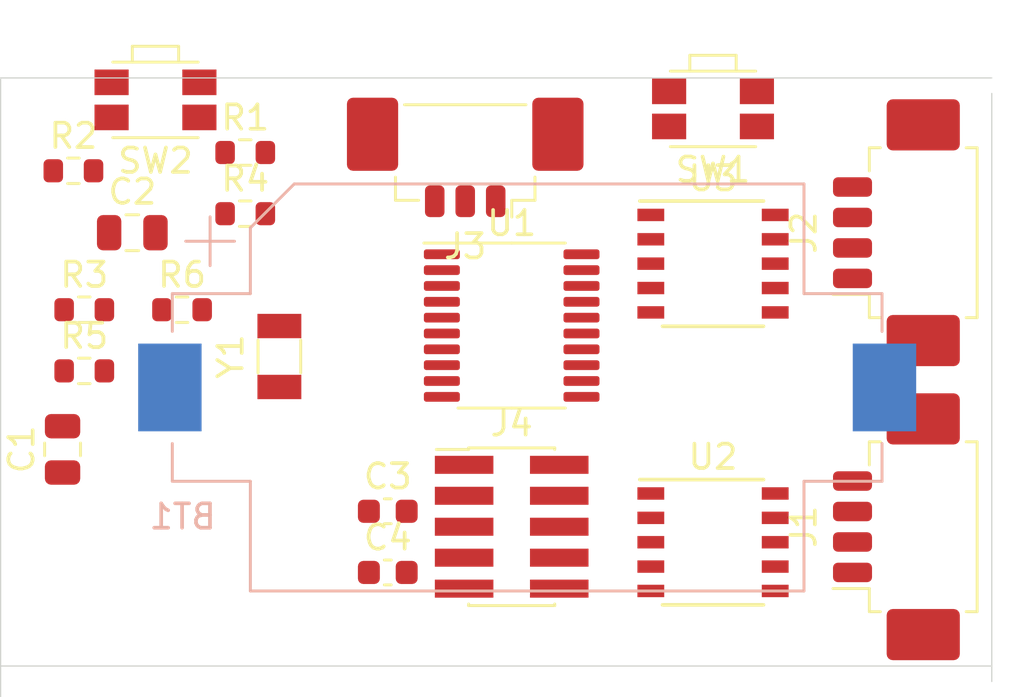
<source format=kicad_pcb>
(kicad_pcb (version 20171130) (host pcbnew "(5.1.8)-1")

  (general
    (thickness 1.6)
    (drawings 4)
    (tracks 0)
    (zones 0)
    (modules 21)
    (nets 29)
  )

  (page A4)
  (layers
    (0 F.Cu signal)
    (31 B.Cu signal)
    (32 B.Adhes user)
    (33 F.Adhes user)
    (34 B.Paste user)
    (35 F.Paste user)
    (36 B.SilkS user)
    (37 F.SilkS user)
    (38 B.Mask user)
    (39 F.Mask user)
    (40 Dwgs.User user)
    (41 Cmts.User user)
    (42 Eco1.User user)
    (43 Eco2.User user)
    (44 Edge.Cuts user)
    (45 Margin user)
    (46 B.CrtYd user)
    (47 F.CrtYd user)
    (48 B.Fab user)
    (49 F.Fab user)
  )

  (setup
    (last_trace_width 0.25)
    (trace_clearance 0.2)
    (zone_clearance 0.508)
    (zone_45_only no)
    (trace_min 0.2)
    (via_size 0.8)
    (via_drill 0.4)
    (via_min_size 0.4)
    (via_min_drill 0.3)
    (uvia_size 0.3)
    (uvia_drill 0.1)
    (uvias_allowed no)
    (uvia_min_size 0.2)
    (uvia_min_drill 0.1)
    (edge_width 0.05)
    (segment_width 0.2)
    (pcb_text_width 0.3)
    (pcb_text_size 1.5 1.5)
    (mod_edge_width 0.12)
    (mod_text_size 1 1)
    (mod_text_width 0.15)
    (pad_size 1.524 1.524)
    (pad_drill 0.762)
    (pad_to_mask_clearance 0)
    (aux_axis_origin 0 0)
    (visible_elements 7FFFFFFF)
    (pcbplotparams
      (layerselection 0x010fc_ffffffff)
      (usegerberextensions false)
      (usegerberattributes true)
      (usegerberadvancedattributes true)
      (creategerberjobfile true)
      (excludeedgelayer true)
      (linewidth 0.100000)
      (plotframeref false)
      (viasonmask false)
      (mode 1)
      (useauxorigin false)
      (hpglpennumber 1)
      (hpglpenspeed 20)
      (hpglpendiameter 15.000000)
      (psnegative false)
      (psa4output false)
      (plotreference true)
      (plotvalue true)
      (plotinvisibletext false)
      (padsonsilk false)
      (subtractmaskfromsilk false)
      (outputformat 1)
      (mirror false)
      (drillshape 1)
      (scaleselection 1)
      (outputdirectory ""))
  )

  (net 0 "")
  (net 1 +3V3)
  (net 2 GNDREF)
  (net 3 mot2-A2)
  (net 4 mot2-A1)
  (net 5 "Net-(C2-Pad1)")
  (net 6 "Net-(C1-Pad1)")
  (net 7 mot1-B2)
  (net 8 mot1-B1)
  (net 9 mot1-A2)
  (net 10 mot1-A1)
  (net 11 "Net-(R1-Pad1)")
  (net 12 "Net-(J1-Pad4)")
  (net 13 "Net-(J1-Pad3)")
  (net 14 "Net-(J1-Pad2)")
  (net 15 "Net-(J1-Pad1)")
  (net 16 "Net-(J2-Pad4)")
  (net 17 "Net-(J2-Pad3)")
  (net 18 "Net-(J2-Pad2)")
  (net 19 "Net-(J2-Pad1)")
  (net 20 uart-TX)
  (net 21 "Net-(R3-Pad2)")
  (net 22 "Net-(R4-Pad2)")
  (net 23 VCC)
  (net 24 "Net-(C3-Pad1)")
  (net 25 "Net-(C4-Pad1)")
  (net 26 nRESET)
  (net 27 SWD-SWCLK)
  (net 28 SWD-SWIO)

  (net_class Default "This is the default net class."
    (clearance 0.2)
    (trace_width 0.25)
    (via_dia 0.8)
    (via_drill 0.4)
    (uvia_dia 0.3)
    (uvia_drill 0.1)
    (add_net +3V3)
    (add_net GNDREF)
    (add_net "Net-(C1-Pad1)")
    (add_net "Net-(C2-Pad1)")
    (add_net "Net-(C3-Pad1)")
    (add_net "Net-(C4-Pad1)")
    (add_net "Net-(J1-Pad1)")
    (add_net "Net-(J1-Pad2)")
    (add_net "Net-(J1-Pad3)")
    (add_net "Net-(J1-Pad4)")
    (add_net "Net-(J2-Pad1)")
    (add_net "Net-(J2-Pad2)")
    (add_net "Net-(J2-Pad3)")
    (add_net "Net-(J2-Pad4)")
    (add_net "Net-(J4-Pad6)")
    (add_net "Net-(J4-Pad7)")
    (add_net "Net-(J4-Pad8)")
    (add_net "Net-(J4-Pad9)")
    (add_net "Net-(R1-Pad1)")
    (add_net "Net-(R3-Pad2)")
    (add_net "Net-(R4-Pad2)")
    (add_net "Net-(U1-Pad14)")
    (add_net SWD-SWCLK)
    (add_net SWD-SWIO)
    (add_net VCC)
    (add_net mot1-A1)
    (add_net mot1-A2)
    (add_net mot1-B1)
    (add_net mot1-B2)
    (add_net mot2-A1)
    (add_net mot2-A2)
    (add_net nRESET)
    (add_net uart-RX)
    (add_net uart-TX)
  )

  (module Button_Switch_SMD:SW_SPST_EVQP7A (layer F.Cu) (tedit 5A02FC95) (tstamp 5FC52A43)
    (at 160.02 106.31 180)
    (descr "Light Touch Switch,https://industrial.panasonic.com/cdbs/www-data/pdf/ATK0000/ATK0000CE20.pdf")
    (path /5FB9E92E)
    (attr smd)
    (fp_text reference SW2 (at 0 -2.5) (layer F.SilkS)
      (effects (font (size 1 1) (thickness 0.15)))
    )
    (fp_text value SW_Push (at 0 3.25) (layer F.Fab)
      (effects (font (size 1 1) (thickness 0.15)))
    )
    (fp_text user %R (at 0 -2.5) (layer F.Fab)
      (effects (font (size 1 1) (thickness 0.15)))
    )
    (fp_line (start 0.95 1.55) (end 0.95 2.2) (layer F.SilkS) (width 0.12))
    (fp_line (start 0.95 2.2) (end -0.95 2.2) (layer F.SilkS) (width 0.12))
    (fp_line (start -0.95 2.2) (end -0.95 1.55) (layer F.SilkS) (width 0.12))
    (fp_line (start -0.85 2.1) (end 0.85 2.1) (layer F.Fab) (width 0.1))
    (fp_line (start 0.85 2.1) (end 0.85 1.45) (layer F.Fab) (width 0.1))
    (fp_line (start -0.85 2.1) (end -0.85 1.45) (layer F.Fab) (width 0.1))
    (fp_line (start -1.75 -1.45) (end 1.75 -1.45) (layer F.Fab) (width 0.1))
    (fp_line (start 1.75 -1.45) (end 1.75 1.45) (layer F.Fab) (width 0.1))
    (fp_line (start 1.75 1.45) (end -1.75 1.45) (layer F.Fab) (width 0.1))
    (fp_line (start -1.75 1.45) (end -1.75 -1.4) (layer F.Fab) (width 0.1))
    (fp_line (start -1.1 2.35) (end -1.1 1.7) (layer F.CrtYd) (width 0.05))
    (fp_line (start -1.1 1.7) (end -2.75 1.7) (layer F.CrtYd) (width 0.05))
    (fp_line (start 2.75 1.7) (end 1.1 1.7) (layer F.CrtYd) (width 0.05))
    (fp_line (start 1.1 1.7) (end 1.1 2.35) (layer F.CrtYd) (width 0.05))
    (fp_line (start -1.75 -1.55) (end 1.75 -1.55) (layer F.SilkS) (width 0.12))
    (fp_line (start 1.75 1.55) (end -1.75 1.55) (layer F.SilkS) (width 0.12))
    (fp_line (start -2.75 -1.7) (end 2.75 -1.7) (layer F.CrtYd) (width 0.05))
    (fp_line (start 2.75 -1.7) (end 2.75 1.7) (layer F.CrtYd) (width 0.05))
    (fp_line (start 1.1 2.35) (end -1.1 2.35) (layer F.CrtYd) (width 0.05))
    (fp_line (start -2.75 1.7) (end -2.75 -1.7) (layer F.CrtYd) (width 0.05))
    (pad 2 smd rect (at -1.8 0.72 180) (size 1.4 1.05) (layers F.Cu F.Paste F.Mask)
      (net 2 GNDREF))
    (pad 2 smd rect (at 1.8 0.72 180) (size 1.4 1.05) (layers F.Cu F.Paste F.Mask)
      (net 2 GNDREF))
    (pad 1 smd rect (at -1.8 -0.72 180) (size 1.4 1.05) (layers F.Cu F.Paste F.Mask)
      (net 21 "Net-(R3-Pad2)"))
    (pad 1 smd rect (at 1.8 -0.72 180) (size 1.4 1.05) (layers F.Cu F.Paste F.Mask)
      (net 21 "Net-(R3-Pad2)"))
    (model ${KISYS3DMOD}/Button_Switch_SMD.3dshapes/SW_SPST_EVQP7A.wrl
      (at (xyz 0 0 0))
      (scale (xyz 1 1 1))
      (rotate (xyz 0 0 0))
    )
  )

  (module Button_Switch_SMD:SW_SPST_EVQP7A (layer F.Cu) (tedit 5A02FC95) (tstamp 5FC52A29)
    (at 182.88 106.68 180)
    (descr "Light Touch Switch,https://industrial.panasonic.com/cdbs/www-data/pdf/ATK0000/ATK0000CE20.pdf")
    (path /5FBB0106)
    (attr smd)
    (fp_text reference SW1 (at 0 -2.5) (layer F.SilkS)
      (effects (font (size 1 1) (thickness 0.15)))
    )
    (fp_text value SW_Push (at 0 3.25) (layer F.Fab)
      (effects (font (size 1 1) (thickness 0.15)))
    )
    (fp_text user %R (at 0 -2.5) (layer F.Fab)
      (effects (font (size 1 1) (thickness 0.15)))
    )
    (fp_line (start 0.95 1.55) (end 0.95 2.2) (layer F.SilkS) (width 0.12))
    (fp_line (start 0.95 2.2) (end -0.95 2.2) (layer F.SilkS) (width 0.12))
    (fp_line (start -0.95 2.2) (end -0.95 1.55) (layer F.SilkS) (width 0.12))
    (fp_line (start -0.85 2.1) (end 0.85 2.1) (layer F.Fab) (width 0.1))
    (fp_line (start 0.85 2.1) (end 0.85 1.45) (layer F.Fab) (width 0.1))
    (fp_line (start -0.85 2.1) (end -0.85 1.45) (layer F.Fab) (width 0.1))
    (fp_line (start -1.75 -1.45) (end 1.75 -1.45) (layer F.Fab) (width 0.1))
    (fp_line (start 1.75 -1.45) (end 1.75 1.45) (layer F.Fab) (width 0.1))
    (fp_line (start 1.75 1.45) (end -1.75 1.45) (layer F.Fab) (width 0.1))
    (fp_line (start -1.75 1.45) (end -1.75 -1.4) (layer F.Fab) (width 0.1))
    (fp_line (start -1.1 2.35) (end -1.1 1.7) (layer F.CrtYd) (width 0.05))
    (fp_line (start -1.1 1.7) (end -2.75 1.7) (layer F.CrtYd) (width 0.05))
    (fp_line (start 2.75 1.7) (end 1.1 1.7) (layer F.CrtYd) (width 0.05))
    (fp_line (start 1.1 1.7) (end 1.1 2.35) (layer F.CrtYd) (width 0.05))
    (fp_line (start -1.75 -1.55) (end 1.75 -1.55) (layer F.SilkS) (width 0.12))
    (fp_line (start 1.75 1.55) (end -1.75 1.55) (layer F.SilkS) (width 0.12))
    (fp_line (start -2.75 -1.7) (end 2.75 -1.7) (layer F.CrtYd) (width 0.05))
    (fp_line (start 2.75 -1.7) (end 2.75 1.7) (layer F.CrtYd) (width 0.05))
    (fp_line (start 1.1 2.35) (end -1.1 2.35) (layer F.CrtYd) (width 0.05))
    (fp_line (start -2.75 1.7) (end -2.75 -1.7) (layer F.CrtYd) (width 0.05))
    (pad 2 smd rect (at -1.8 0.72 180) (size 1.4 1.05) (layers F.Cu F.Paste F.Mask)
      (net 22 "Net-(R4-Pad2)"))
    (pad 2 smd rect (at 1.8 0.72 180) (size 1.4 1.05) (layers F.Cu F.Paste F.Mask)
      (net 22 "Net-(R4-Pad2)"))
    (pad 1 smd rect (at -1.8 -0.72 180) (size 1.4 1.05) (layers F.Cu F.Paste F.Mask)
      (net 2 GNDREF))
    (pad 1 smd rect (at 1.8 -0.72 180) (size 1.4 1.05) (layers F.Cu F.Paste F.Mask)
      (net 2 GNDREF))
    (model ${KISYS3DMOD}/Button_Switch_SMD.3dshapes/SW_SPST_EVQP7A.wrl
      (at (xyz 0 0 0))
      (scale (xyz 1 1 1))
      (rotate (xyz 0 0 0))
    )
  )

  (module Connector_PinHeader_1.27mm:PinHeader_2x05_P1.27mm_Vertical_SMD (layer F.Cu) (tedit 59FED6E3) (tstamp 5FC4F28F)
    (at 174.625 123.825)
    (descr "surface-mounted straight pin header, 2x05, 1.27mm pitch, double rows")
    (tags "Surface mounted pin header SMD 2x05 1.27mm double row")
    (path /5FC5F619)
    (attr smd)
    (fp_text reference J4 (at 0 -4.235) (layer F.SilkS)
      (effects (font (size 1 1) (thickness 0.15)))
    )
    (fp_text value Conn_02x05_Odd_Even (at 0 4.235) (layer F.Fab)
      (effects (font (size 1 1) (thickness 0.15)))
    )
    (fp_text user %R (at 0 0 90) (layer F.Fab)
      (effects (font (size 1 1) (thickness 0.15)))
    )
    (fp_line (start 1.705 3.175) (end -1.705 3.175) (layer F.Fab) (width 0.1))
    (fp_line (start -1.27 -3.175) (end 1.705 -3.175) (layer F.Fab) (width 0.1))
    (fp_line (start -1.705 3.175) (end -1.705 -2.74) (layer F.Fab) (width 0.1))
    (fp_line (start -1.705 -2.74) (end -1.27 -3.175) (layer F.Fab) (width 0.1))
    (fp_line (start 1.705 -3.175) (end 1.705 3.175) (layer F.Fab) (width 0.1))
    (fp_line (start -1.705 -2.74) (end -2.75 -2.74) (layer F.Fab) (width 0.1))
    (fp_line (start -2.75 -2.74) (end -2.75 -2.34) (layer F.Fab) (width 0.1))
    (fp_line (start -2.75 -2.34) (end -1.705 -2.34) (layer F.Fab) (width 0.1))
    (fp_line (start 1.705 -2.74) (end 2.75 -2.74) (layer F.Fab) (width 0.1))
    (fp_line (start 2.75 -2.74) (end 2.75 -2.34) (layer F.Fab) (width 0.1))
    (fp_line (start 2.75 -2.34) (end 1.705 -2.34) (layer F.Fab) (width 0.1))
    (fp_line (start -1.705 -1.47) (end -2.75 -1.47) (layer F.Fab) (width 0.1))
    (fp_line (start -2.75 -1.47) (end -2.75 -1.07) (layer F.Fab) (width 0.1))
    (fp_line (start -2.75 -1.07) (end -1.705 -1.07) (layer F.Fab) (width 0.1))
    (fp_line (start 1.705 -1.47) (end 2.75 -1.47) (layer F.Fab) (width 0.1))
    (fp_line (start 2.75 -1.47) (end 2.75 -1.07) (layer F.Fab) (width 0.1))
    (fp_line (start 2.75 -1.07) (end 1.705 -1.07) (layer F.Fab) (width 0.1))
    (fp_line (start -1.705 -0.2) (end -2.75 -0.2) (layer F.Fab) (width 0.1))
    (fp_line (start -2.75 -0.2) (end -2.75 0.2) (layer F.Fab) (width 0.1))
    (fp_line (start -2.75 0.2) (end -1.705 0.2) (layer F.Fab) (width 0.1))
    (fp_line (start 1.705 -0.2) (end 2.75 -0.2) (layer F.Fab) (width 0.1))
    (fp_line (start 2.75 -0.2) (end 2.75 0.2) (layer F.Fab) (width 0.1))
    (fp_line (start 2.75 0.2) (end 1.705 0.2) (layer F.Fab) (width 0.1))
    (fp_line (start -1.705 1.07) (end -2.75 1.07) (layer F.Fab) (width 0.1))
    (fp_line (start -2.75 1.07) (end -2.75 1.47) (layer F.Fab) (width 0.1))
    (fp_line (start -2.75 1.47) (end -1.705 1.47) (layer F.Fab) (width 0.1))
    (fp_line (start 1.705 1.07) (end 2.75 1.07) (layer F.Fab) (width 0.1))
    (fp_line (start 2.75 1.07) (end 2.75 1.47) (layer F.Fab) (width 0.1))
    (fp_line (start 2.75 1.47) (end 1.705 1.47) (layer F.Fab) (width 0.1))
    (fp_line (start -1.705 2.34) (end -2.75 2.34) (layer F.Fab) (width 0.1))
    (fp_line (start -2.75 2.34) (end -2.75 2.74) (layer F.Fab) (width 0.1))
    (fp_line (start -2.75 2.74) (end -1.705 2.74) (layer F.Fab) (width 0.1))
    (fp_line (start 1.705 2.34) (end 2.75 2.34) (layer F.Fab) (width 0.1))
    (fp_line (start 2.75 2.34) (end 2.75 2.74) (layer F.Fab) (width 0.1))
    (fp_line (start 2.75 2.74) (end 1.705 2.74) (layer F.Fab) (width 0.1))
    (fp_line (start -1.765 -3.235) (end 1.765 -3.235) (layer F.SilkS) (width 0.12))
    (fp_line (start -1.765 3.235) (end 1.765 3.235) (layer F.SilkS) (width 0.12))
    (fp_line (start -3.09 -3.17) (end -1.765 -3.17) (layer F.SilkS) (width 0.12))
    (fp_line (start -1.765 -3.235) (end -1.765 -3.17) (layer F.SilkS) (width 0.12))
    (fp_line (start 1.765 -3.235) (end 1.765 -3.17) (layer F.SilkS) (width 0.12))
    (fp_line (start -1.765 3.17) (end -1.765 3.235) (layer F.SilkS) (width 0.12))
    (fp_line (start 1.765 3.17) (end 1.765 3.235) (layer F.SilkS) (width 0.12))
    (fp_line (start -4.3 -3.7) (end -4.3 3.7) (layer F.CrtYd) (width 0.05))
    (fp_line (start -4.3 3.7) (end 4.3 3.7) (layer F.CrtYd) (width 0.05))
    (fp_line (start 4.3 3.7) (end 4.3 -3.7) (layer F.CrtYd) (width 0.05))
    (fp_line (start 4.3 -3.7) (end -4.3 -3.7) (layer F.CrtYd) (width 0.05))
    (pad 10 smd rect (at 1.95 2.54) (size 2.4 0.74) (layers F.Cu F.Paste F.Mask)
      (net 26 nRESET))
    (pad 9 smd rect (at -1.95 2.54) (size 2.4 0.74) (layers F.Cu F.Paste F.Mask))
    (pad 8 smd rect (at 1.95 1.27) (size 2.4 0.74) (layers F.Cu F.Paste F.Mask))
    (pad 7 smd rect (at -1.95 1.27) (size 2.4 0.74) (layers F.Cu F.Paste F.Mask))
    (pad 6 smd rect (at 1.95 0) (size 2.4 0.74) (layers F.Cu F.Paste F.Mask))
    (pad 5 smd rect (at -1.95 0) (size 2.4 0.74) (layers F.Cu F.Paste F.Mask)
      (net 2 GNDREF))
    (pad 4 smd rect (at 1.95 -1.27) (size 2.4 0.74) (layers F.Cu F.Paste F.Mask)
      (net 27 SWD-SWCLK))
    (pad 3 smd rect (at -1.95 -1.27) (size 2.4 0.74) (layers F.Cu F.Paste F.Mask)
      (net 2 GNDREF))
    (pad 2 smd rect (at 1.95 -2.54) (size 2.4 0.74) (layers F.Cu F.Paste F.Mask)
      (net 28 SWD-SWIO))
    (pad 1 smd rect (at -1.95 -2.54) (size 2.4 0.74) (layers F.Cu F.Paste F.Mask)
      (net 1 +3V3))
    (model ${KISYS3DMOD}/Connector_PinHeader_1.27mm.3dshapes/PinHeader_2x05_P1.27mm_Vertical_SMD.wrl
      (at (xyz 0 0 0))
      (scale (xyz 1 1 1))
      (rotate (xyz 0 0 0))
    )
  )

  (module Capacitor_SMD:C_0603_1608Metric (layer F.Cu) (tedit 5F68FEEE) (tstamp 5FC4F150)
    (at 169.545 125.7)
    (descr "Capacitor SMD 0603 (1608 Metric), square (rectangular) end terminal, IPC_7351 nominal, (Body size source: IPC-SM-782 page 76, https://www.pcb-3d.com/wordpress/wp-content/uploads/ipc-sm-782a_amendment_1_and_2.pdf), generated with kicad-footprint-generator")
    (tags capacitor)
    (path /5FC8C413)
    (attr smd)
    (fp_text reference C4 (at 0 -1.43) (layer F.SilkS)
      (effects (font (size 1 1) (thickness 0.15)))
    )
    (fp_text value C_Small (at 0 1.43) (layer F.Fab)
      (effects (font (size 1 1) (thickness 0.15)))
    )
    (fp_text user %R (at 0 0) (layer F.Fab)
      (effects (font (size 0.4 0.4) (thickness 0.06)))
    )
    (fp_line (start -0.8 0.4) (end -0.8 -0.4) (layer F.Fab) (width 0.1))
    (fp_line (start -0.8 -0.4) (end 0.8 -0.4) (layer F.Fab) (width 0.1))
    (fp_line (start 0.8 -0.4) (end 0.8 0.4) (layer F.Fab) (width 0.1))
    (fp_line (start 0.8 0.4) (end -0.8 0.4) (layer F.Fab) (width 0.1))
    (fp_line (start -0.14058 -0.51) (end 0.14058 -0.51) (layer F.SilkS) (width 0.12))
    (fp_line (start -0.14058 0.51) (end 0.14058 0.51) (layer F.SilkS) (width 0.12))
    (fp_line (start -1.48 0.73) (end -1.48 -0.73) (layer F.CrtYd) (width 0.05))
    (fp_line (start -1.48 -0.73) (end 1.48 -0.73) (layer F.CrtYd) (width 0.05))
    (fp_line (start 1.48 -0.73) (end 1.48 0.73) (layer F.CrtYd) (width 0.05))
    (fp_line (start 1.48 0.73) (end -1.48 0.73) (layer F.CrtYd) (width 0.05))
    (pad 2 smd roundrect (at 0.775 0) (size 0.9 0.95) (layers F.Cu F.Paste F.Mask) (roundrect_rratio 0.25)
      (net 2 GNDREF))
    (pad 1 smd roundrect (at -0.775 0) (size 0.9 0.95) (layers F.Cu F.Paste F.Mask) (roundrect_rratio 0.25)
      (net 25 "Net-(C4-Pad1)"))
    (model ${KISYS3DMOD}/Capacitor_SMD.3dshapes/C_0603_1608Metric.wrl
      (at (xyz 0 0 0))
      (scale (xyz 1 1 1))
      (rotate (xyz 0 0 0))
    )
  )

  (module Capacitor_SMD:C_0603_1608Metric (layer F.Cu) (tedit 5F68FEEE) (tstamp 5FC4F13F)
    (at 169.545 123.19)
    (descr "Capacitor SMD 0603 (1608 Metric), square (rectangular) end terminal, IPC_7351 nominal, (Body size source: IPC-SM-782 page 76, https://www.pcb-3d.com/wordpress/wp-content/uploads/ipc-sm-782a_amendment_1_and_2.pdf), generated with kicad-footprint-generator")
    (tags capacitor)
    (path /5FC8BDF9)
    (attr smd)
    (fp_text reference C3 (at 0 -1.43) (layer F.SilkS)
      (effects (font (size 1 1) (thickness 0.15)))
    )
    (fp_text value C_Small (at 0 1.43) (layer F.Fab)
      (effects (font (size 1 1) (thickness 0.15)))
    )
    (fp_text user %R (at 0 0) (layer F.Fab)
      (effects (font (size 0.4 0.4) (thickness 0.06)))
    )
    (fp_line (start -0.8 0.4) (end -0.8 -0.4) (layer F.Fab) (width 0.1))
    (fp_line (start -0.8 -0.4) (end 0.8 -0.4) (layer F.Fab) (width 0.1))
    (fp_line (start 0.8 -0.4) (end 0.8 0.4) (layer F.Fab) (width 0.1))
    (fp_line (start 0.8 0.4) (end -0.8 0.4) (layer F.Fab) (width 0.1))
    (fp_line (start -0.14058 -0.51) (end 0.14058 -0.51) (layer F.SilkS) (width 0.12))
    (fp_line (start -0.14058 0.51) (end 0.14058 0.51) (layer F.SilkS) (width 0.12))
    (fp_line (start -1.48 0.73) (end -1.48 -0.73) (layer F.CrtYd) (width 0.05))
    (fp_line (start -1.48 -0.73) (end 1.48 -0.73) (layer F.CrtYd) (width 0.05))
    (fp_line (start 1.48 -0.73) (end 1.48 0.73) (layer F.CrtYd) (width 0.05))
    (fp_line (start 1.48 0.73) (end -1.48 0.73) (layer F.CrtYd) (width 0.05))
    (pad 2 smd roundrect (at 0.775 0) (size 0.9 0.95) (layers F.Cu F.Paste F.Mask) (roundrect_rratio 0.25)
      (net 2 GNDREF))
    (pad 1 smd roundrect (at -0.775 0) (size 0.9 0.95) (layers F.Cu F.Paste F.Mask) (roundrect_rratio 0.25)
      (net 24 "Net-(C3-Pad1)"))
    (model ${KISYS3DMOD}/Capacitor_SMD.3dshapes/C_0603_1608Metric.wrl
      (at (xyz 0 0 0))
      (scale (xyz 1 1 1))
      (rotate (xyz 0 0 0))
    )
  )

  (module Battery:BatteryHolder_Keystone_1060_1x2032 (layer B.Cu) (tedit 5B98EF5E) (tstamp 5FC548FC)
    (at 175.26 118.11)
    (descr http://www.keyelco.com/product-pdf.cfm?p=726)
    (tags "CR2032 BR2032 BatteryHolder Battery")
    (path /5FC7F236)
    (attr smd)
    (fp_text reference BT1 (at -14.125 5.3) (layer B.SilkS)
      (effects (font (size 1 1) (thickness 0.15)) (justify mirror))
    )
    (fp_text value Battery_Cell (at 0 11.75) (layer B.Fab)
      (effects (font (size 1 1) (thickness 0.15)) (justify mirror))
    )
    (fp_line (start -12 -6) (end -14 -6) (layer B.SilkS) (width 0.12))
    (fp_line (start -13 -5) (end -13 -7) (layer B.SilkS) (width 0.12))
    (fp_line (start 11.5 8.5) (end 6.5 8.5) (layer B.CrtYd) (width 0.05))
    (fp_line (start 11.5 -4) (end 11.5 -8.5) (layer B.CrtYd) (width 0.05))
    (fp_line (start 14.7 -4) (end 11.5 -4) (layer B.CrtYd) (width 0.05))
    (fp_line (start 14.7 -2.3) (end 14.7 -4) (layer B.CrtYd) (width 0.05))
    (fp_line (start 16.45 -2.3) (end 14.7 -2.3) (layer B.CrtYd) (width 0.05))
    (fp_line (start 16.45 2.3) (end 16.45 -2.3) (layer B.CrtYd) (width 0.05))
    (fp_line (start 14.7 2.3) (end 16.45 2.3) (layer B.CrtYd) (width 0.05))
    (fp_line (start 14.7 4) (end 14.7 2.3) (layer B.CrtYd) (width 0.05))
    (fp_line (start 11.5 4) (end 14.7 4) (layer B.CrtYd) (width 0.05))
    (fp_line (start 11.5 8.5) (end 11.5 4) (layer B.CrtYd) (width 0.05))
    (fp_line (start -11.5 8.5) (end -6.5 8.5) (layer B.CrtYd) (width 0.05))
    (fp_line (start -11.5 4) (end -11.5 8.5) (layer B.CrtYd) (width 0.05))
    (fp_line (start -14.7 4) (end -11.5 4) (layer B.CrtYd) (width 0.05))
    (fp_line (start -14.7 2.3) (end -14.7 4) (layer B.CrtYd) (width 0.05))
    (fp_line (start -14.7 2.3) (end -16.45 2.3) (layer B.CrtYd) (width 0.05))
    (fp_line (start -16.45 -2.3) (end -16.45 2.3) (layer B.CrtYd) (width 0.05))
    (fp_line (start -14.7 -2.3) (end -16.45 -2.3) (layer B.CrtYd) (width 0.05))
    (fp_line (start -14.7 -4) (end -14.7 -2.3) (layer B.CrtYd) (width 0.05))
    (fp_line (start -14.7 -4) (end -11.5 -4) (layer B.CrtYd) (width 0.05))
    (fp_line (start -11.5 -4) (end -11.5 -8.5) (layer B.CrtYd) (width 0.05))
    (fp_line (start -6.5 -8.5) (end -11.5 -8.5) (layer B.CrtYd) (width 0.05))
    (fp_line (start 11.5 -8.5) (end 6.5 -8.5) (layer B.CrtYd) (width 0.05))
    (fp_line (start 11.35 8.35) (end 11.35 3.85) (layer B.SilkS) (width 0.12))
    (fp_line (start -11.35 8.35) (end -11.35 3.85) (layer B.SilkS) (width 0.12))
    (fp_line (start -11.35 8.35) (end 11.35 8.35) (layer B.SilkS) (width 0.12))
    (fp_line (start 14.55 3.85) (end 14.55 2.3) (layer B.SilkS) (width 0.12))
    (fp_line (start 11.35 3.85) (end 14.55 3.85) (layer B.SilkS) (width 0.12))
    (fp_line (start -14.55 3.85) (end -14.55 2.3) (layer B.SilkS) (width 0.12))
    (fp_line (start -11.35 3.85) (end -14.55 3.85) (layer B.SilkS) (width 0.12))
    (fp_line (start -14.55 -3.85) (end -14.55 -2.3) (layer B.SilkS) (width 0.12))
    (fp_line (start -11.35 -3.85) (end -14.55 -3.85) (layer B.SilkS) (width 0.12))
    (fp_line (start -9.55 -8.35) (end -11.35 -6.55) (layer B.SilkS) (width 0.12))
    (fp_line (start -11.35 -6.55) (end -11.35 -3.85) (layer B.SilkS) (width 0.12))
    (fp_line (start 11.35 -8.35) (end -9.55 -8.35) (layer B.SilkS) (width 0.12))
    (fp_line (start 11.35 -8.35) (end 11.35 -3.85) (layer B.SilkS) (width 0.12))
    (fp_line (start 14.55 -3.85) (end 14.55 -2.3) (layer B.SilkS) (width 0.12))
    (fp_line (start 11.35 -3.85) (end 14.55 -3.85) (layer B.SilkS) (width 0.12))
    (fp_line (start -9.4 -8) (end -11 -6.4) (layer B.Fab) (width 0.1))
    (fp_line (start 14.2 3.5) (end 11 3.5) (layer B.Fab) (width 0.1))
    (fp_line (start 14.2 -3.5) (end 14.2 3.5) (layer B.Fab) (width 0.1))
    (fp_line (start 11 -3.5) (end 14.2 -3.5) (layer B.Fab) (width 0.1))
    (fp_line (start -14.2 3.5) (end -11 3.5) (layer B.Fab) (width 0.1))
    (fp_line (start -14.2 -3.5) (end -14.2 3.5) (layer B.Fab) (width 0.1))
    (fp_line (start -11 -3.5) (end -14.2 -3.5) (layer B.Fab) (width 0.1))
    (fp_line (start -11 -6.4) (end -11 -3.5) (layer B.Fab) (width 0.1))
    (fp_line (start -11 8) (end -11 3.5) (layer B.Fab) (width 0.1))
    (fp_line (start 11 8) (end 11 3.5) (layer B.Fab) (width 0.1))
    (fp_line (start 11 -8) (end 11 -3.5) (layer B.Fab) (width 0.1))
    (fp_line (start 11 8) (end -11 8) (layer B.Fab) (width 0.1))
    (fp_line (start 11 -8) (end -9.4 -8) (layer B.Fab) (width 0.1))
    (fp_circle (center 0 0) (end -10.2 0) (layer Dwgs.User) (width 0.3))
    (fp_text user %R (at 0 0) (layer B.Fab)
      (effects (font (size 1 1) (thickness 0.15)) (justify mirror))
    )
    (fp_arc (start 0 0) (end 6.5 8.5) (angle 74.81070976) (layer B.CrtYd) (width 0.05))
    (fp_arc (start 0 0) (end -6.5 -8.5) (angle 74.81070976) (layer B.CrtYd) (width 0.05))
    (pad 1 smd rect (at -14.65 0 180) (size 2.6 3.6) (layers B.Cu B.Paste B.Mask)
      (net 1 +3V3))
    (pad 2 smd rect (at 14.65 0 180) (size 2.6 3.6) (layers B.Cu B.Paste B.Mask)
      (net 2 GNDREF))
    (model ${KISYS3DMOD}/Battery.3dshapes/BatteryHolder_Keystone_1060_1x2032.wrl
      (at (xyz 0 0 0))
      (scale (xyz 1 1 1))
      (rotate (xyz 0 0 0))
    )
  )

  (module Crystal:Crystal_SMD_3215-2Pin_3.2x1.5mm (layer F.Cu) (tedit 5A0FD1B2) (tstamp 5FC536A7)
    (at 165.1 116.84 90)
    (descr "SMD Crystal FC-135 https://support.epson.biz/td/api/doc_check.php?dl=brief_FC-135R_en.pdf")
    (tags "SMD SMT Crystal")
    (path /5FC778A0)
    (attr smd)
    (fp_text reference Y1 (at 0 -2 90) (layer F.SilkS)
      (effects (font (size 1 1) (thickness 0.15)))
    )
    (fp_text value Crystal_Small (at 0 2 90) (layer F.Fab)
      (effects (font (size 1 1) (thickness 0.15)))
    )
    (fp_line (start 2 -1.15) (end 2 1.15) (layer F.CrtYd) (width 0.05))
    (fp_line (start -2 -1.15) (end -2 1.15) (layer F.CrtYd) (width 0.05))
    (fp_line (start -2 1.15) (end 2 1.15) (layer F.CrtYd) (width 0.05))
    (fp_line (start -1.6 0.75) (end 1.6 0.75) (layer F.Fab) (width 0.1))
    (fp_line (start -1.6 -0.75) (end 1.6 -0.75) (layer F.Fab) (width 0.1))
    (fp_line (start 1.6 -0.75) (end 1.6 0.75) (layer F.Fab) (width 0.1))
    (fp_line (start -0.675 -0.875) (end 0.675 -0.875) (layer F.SilkS) (width 0.12))
    (fp_line (start -0.675 0.875) (end 0.675 0.875) (layer F.SilkS) (width 0.12))
    (fp_line (start -1.6 -0.75) (end -1.6 0.75) (layer F.Fab) (width 0.1))
    (fp_line (start -2 -1.15) (end 2 -1.15) (layer F.CrtYd) (width 0.05))
    (fp_text user %R (at 0 -2 90) (layer F.Fab)
      (effects (font (size 1 1) (thickness 0.15)))
    )
    (pad 2 smd rect (at -1.25 0 90) (size 1 1.8) (layers F.Cu F.Paste F.Mask)
      (net 25 "Net-(C4-Pad1)"))
    (pad 1 smd rect (at 1.25 0 90) (size 1 1.8) (layers F.Cu F.Paste F.Mask)
      (net 24 "Net-(C3-Pad1)"))
    (model ${KISYS3DMOD}/Crystal.3dshapes/Crystal_SMD_3215-2Pin_3.2x1.5mm.wrl
      (at (xyz 0 0 0))
      (scale (xyz 1 1 1))
      (rotate (xyz 0 0 0))
    )
  )

  (module Package_SO:SSOP-10_3.9x4.9mm_P1.00mm (layer F.Cu) (tedit 5AB07CF5) (tstamp 5FC52AC1)
    (at 182.88 113.03)
    (descr "10-Lead SSOP, 3.9 x 4.9mm body, 1.00mm pitch (http://www.st.com/resource/en/datasheet/viper01.pdf)")
    (tags "SSOP 3.9 4.9 1.00")
    (path /5FBD1E26)
    (attr smd)
    (fp_text reference U3 (at 0 -3.5) (layer F.SilkS)
      (effects (font (size 1 1) (thickness 0.15)))
    )
    (fp_text value LB1948MC (at 0 3.5) (layer F.Fab)
      (effects (font (size 1 1) (thickness 0.15)))
    )
    (fp_line (start -2.07 2.57) (end 2.07 2.57) (layer F.SilkS) (width 0.15))
    (fp_line (start -3 -2.57) (end 2.07 -2.57) (layer F.SilkS) (width 0.15))
    (fp_line (start -3.35 2.7) (end 3.35 2.7) (layer F.CrtYd) (width 0.05))
    (fp_line (start -3.35 -2.7) (end 3.35 -2.7) (layer F.CrtYd) (width 0.05))
    (fp_line (start 3.35 -2.7) (end 3.35 2.7) (layer F.CrtYd) (width 0.05))
    (fp_line (start -3.35 -2.7) (end -3.35 2.7) (layer F.CrtYd) (width 0.05))
    (fp_line (start -1.95 -1.45) (end -0.95 -2.45) (layer F.Fab) (width 0.1))
    (fp_line (start -1.95 2.45) (end -1.95 -1.45) (layer F.Fab) (width 0.1))
    (fp_line (start 1.95 2.45) (end -1.95 2.45) (layer F.Fab) (width 0.1))
    (fp_line (start 1.95 -2.45) (end 1.95 2.45) (layer F.Fab) (width 0.1))
    (fp_line (start -0.95 -2.45) (end 1.95 -2.45) (layer F.Fab) (width 0.1))
    (fp_text user %R (at 0 0) (layer F.Fab)
      (effects (font (size 1 1) (thickness 0.15)))
    )
    (pad 10 smd rect (at 2.55 -2) (size 1.1 0.51) (layers F.Cu F.Paste F.Mask)
      (net 16 "Net-(J2-Pad4)"))
    (pad 9 smd rect (at 2.55 -1) (size 1.1 0.51) (layers F.Cu F.Paste F.Mask)
      (net 17 "Net-(J2-Pad3)"))
    (pad 5 smd rect (at -2.55 2) (size 1.1 0.51) (layers F.Cu F.Paste F.Mask)
      (net 27 SWD-SWCLK))
    (pad 8 smd rect (at 2.55 0) (size 1.1 0.51) (layers F.Cu F.Paste F.Mask)
      (net 18 "Net-(J2-Pad2)"))
    (pad 7 smd rect (at 2.55 1) (size 1.1 0.51) (layers F.Cu F.Paste F.Mask)
      (net 19 "Net-(J2-Pad1)"))
    (pad 6 smd rect (at 2.55 2) (size 1.1 0.51) (layers F.Cu F.Paste F.Mask)
      (net 2 GNDREF))
    (pad 4 smd rect (at -2.55 1) (size 1.1 0.51) (layers F.Cu F.Paste F.Mask)
      (net 28 SWD-SWIO))
    (pad 3 smd rect (at -2.55 0) (size 1.1 0.51) (layers F.Cu F.Paste F.Mask)
      (net 3 mot2-A2))
    (pad 2 smd rect (at -2.55 -1) (size 1.1 0.51) (layers F.Cu F.Paste F.Mask)
      (net 4 mot2-A1))
    (pad 1 smd rect (at -2.55 -2) (size 1.1 0.51) (layers F.Cu F.Paste F.Mask)
      (net 23 VCC))
    (model ${KISYS3DMOD}/Package_SO.3dshapes/SSOP-10_3.9x4.9mm_P1.00mm.wrl
      (at (xyz 0 0 0))
      (scale (xyz 1 1 1))
      (rotate (xyz 0 0 0))
    )
  )

  (module Package_SO:SSOP-10_3.9x4.9mm_P1.00mm (layer F.Cu) (tedit 5AB07CF5) (tstamp 5FC52AA7)
    (at 182.88 124.46)
    (descr "10-Lead SSOP, 3.9 x 4.9mm body, 1.00mm pitch (http://www.st.com/resource/en/datasheet/viper01.pdf)")
    (tags "SSOP 3.9 4.9 1.00")
    (path /5FBC38FD)
    (attr smd)
    (fp_text reference U2 (at 0 -3.5) (layer F.SilkS)
      (effects (font (size 1 1) (thickness 0.15)))
    )
    (fp_text value LB1948MC (at 0 3.5) (layer F.Fab)
      (effects (font (size 1 1) (thickness 0.15)))
    )
    (fp_line (start -2.07 2.57) (end 2.07 2.57) (layer F.SilkS) (width 0.15))
    (fp_line (start -3 -2.57) (end 2.07 -2.57) (layer F.SilkS) (width 0.15))
    (fp_line (start -3.35 2.7) (end 3.35 2.7) (layer F.CrtYd) (width 0.05))
    (fp_line (start -3.35 -2.7) (end 3.35 -2.7) (layer F.CrtYd) (width 0.05))
    (fp_line (start 3.35 -2.7) (end 3.35 2.7) (layer F.CrtYd) (width 0.05))
    (fp_line (start -3.35 -2.7) (end -3.35 2.7) (layer F.CrtYd) (width 0.05))
    (fp_line (start -1.95 -1.45) (end -0.95 -2.45) (layer F.Fab) (width 0.1))
    (fp_line (start -1.95 2.45) (end -1.95 -1.45) (layer F.Fab) (width 0.1))
    (fp_line (start 1.95 2.45) (end -1.95 2.45) (layer F.Fab) (width 0.1))
    (fp_line (start 1.95 -2.45) (end 1.95 2.45) (layer F.Fab) (width 0.1))
    (fp_line (start -0.95 -2.45) (end 1.95 -2.45) (layer F.Fab) (width 0.1))
    (fp_text user %R (at 0 0) (layer F.Fab)
      (effects (font (size 1 1) (thickness 0.15)))
    )
    (pad 10 smd rect (at 2.55 -2) (size 1.1 0.51) (layers F.Cu F.Paste F.Mask)
      (net 12 "Net-(J1-Pad4)"))
    (pad 9 smd rect (at 2.55 -1) (size 1.1 0.51) (layers F.Cu F.Paste F.Mask)
      (net 13 "Net-(J1-Pad3)"))
    (pad 5 smd rect (at -2.55 2) (size 1.1 0.51) (layers F.Cu F.Paste F.Mask)
      (net 7 mot1-B2))
    (pad 8 smd rect (at 2.55 0) (size 1.1 0.51) (layers F.Cu F.Paste F.Mask)
      (net 14 "Net-(J1-Pad2)"))
    (pad 7 smd rect (at 2.55 1) (size 1.1 0.51) (layers F.Cu F.Paste F.Mask)
      (net 15 "Net-(J1-Pad1)"))
    (pad 6 smd rect (at 2.55 2) (size 1.1 0.51) (layers F.Cu F.Paste F.Mask)
      (net 2 GNDREF))
    (pad 4 smd rect (at -2.55 1) (size 1.1 0.51) (layers F.Cu F.Paste F.Mask)
      (net 8 mot1-B1))
    (pad 3 smd rect (at -2.55 0) (size 1.1 0.51) (layers F.Cu F.Paste F.Mask)
      (net 9 mot1-A2))
    (pad 2 smd rect (at -2.55 -1) (size 1.1 0.51) (layers F.Cu F.Paste F.Mask)
      (net 10 mot1-A1))
    (pad 1 smd rect (at -2.55 -2) (size 1.1 0.51) (layers F.Cu F.Paste F.Mask)
      (net 23 VCC))
    (model ${KISYS3DMOD}/Package_SO.3dshapes/SSOP-10_3.9x4.9mm_P1.00mm.wrl
      (at (xyz 0 0 0))
      (scale (xyz 1 1 1))
      (rotate (xyz 0 0 0))
    )
  )

  (module Resistor_SMD:R_0603_1608Metric (layer F.Cu) (tedit 5F68FEEE) (tstamp 5FC52A0F)
    (at 161.11 114.92)
    (descr "Resistor SMD 0603 (1608 Metric), square (rectangular) end terminal, IPC_7351 nominal, (Body size source: IPC-SM-782 page 72, https://www.pcb-3d.com/wordpress/wp-content/uploads/ipc-sm-782a_amendment_1_and_2.pdf), generated with kicad-footprint-generator")
    (tags resistor)
    (path /5FBA34FD)
    (attr smd)
    (fp_text reference R6 (at 0 -1.43) (layer F.SilkS)
      (effects (font (size 1 1) (thickness 0.15)))
    )
    (fp_text value 10K (at 0 1.43) (layer F.Fab)
      (effects (font (size 1 1) (thickness 0.15)))
    )
    (fp_line (start 1.48 0.73) (end -1.48 0.73) (layer F.CrtYd) (width 0.05))
    (fp_line (start 1.48 -0.73) (end 1.48 0.73) (layer F.CrtYd) (width 0.05))
    (fp_line (start -1.48 -0.73) (end 1.48 -0.73) (layer F.CrtYd) (width 0.05))
    (fp_line (start -1.48 0.73) (end -1.48 -0.73) (layer F.CrtYd) (width 0.05))
    (fp_line (start -0.237258 0.5225) (end 0.237258 0.5225) (layer F.SilkS) (width 0.12))
    (fp_line (start -0.237258 -0.5225) (end 0.237258 -0.5225) (layer F.SilkS) (width 0.12))
    (fp_line (start 0.8 0.4125) (end -0.8 0.4125) (layer F.Fab) (width 0.1))
    (fp_line (start 0.8 -0.4125) (end 0.8 0.4125) (layer F.Fab) (width 0.1))
    (fp_line (start -0.8 -0.4125) (end 0.8 -0.4125) (layer F.Fab) (width 0.1))
    (fp_line (start -0.8 0.4125) (end -0.8 -0.4125) (layer F.Fab) (width 0.1))
    (fp_text user %R (at 0 0) (layer F.Fab)
      (effects (font (size 0.4 0.4) (thickness 0.06)))
    )
    (pad 2 smd roundrect (at 0.825 0) (size 0.8 0.95) (layers F.Cu F.Paste F.Mask) (roundrect_rratio 0.25)
      (net 21 "Net-(R3-Pad2)"))
    (pad 1 smd roundrect (at -0.825 0) (size 0.8 0.95) (layers F.Cu F.Paste F.Mask) (roundrect_rratio 0.25)
      (net 1 +3V3))
    (model ${KISYS3DMOD}/Resistor_SMD.3dshapes/R_0603_1608Metric.wrl
      (at (xyz 0 0 0))
      (scale (xyz 1 1 1))
      (rotate (xyz 0 0 0))
    )
  )

  (module Resistor_SMD:R_0603_1608Metric (layer F.Cu) (tedit 5F68FEEE) (tstamp 5FC529FE)
    (at 157.1 117.43)
    (descr "Resistor SMD 0603 (1608 Metric), square (rectangular) end terminal, IPC_7351 nominal, (Body size source: IPC-SM-782 page 72, https://www.pcb-3d.com/wordpress/wp-content/uploads/ipc-sm-782a_amendment_1_and_2.pdf), generated with kicad-footprint-generator")
    (tags resistor)
    (path /5FBA4DF6)
    (attr smd)
    (fp_text reference R5 (at 0 -1.43) (layer F.SilkS)
      (effects (font (size 1 1) (thickness 0.15)))
    )
    (fp_text value 10K (at 0 1.43) (layer F.Fab)
      (effects (font (size 1 1) (thickness 0.15)))
    )
    (fp_line (start 1.48 0.73) (end -1.48 0.73) (layer F.CrtYd) (width 0.05))
    (fp_line (start 1.48 -0.73) (end 1.48 0.73) (layer F.CrtYd) (width 0.05))
    (fp_line (start -1.48 -0.73) (end 1.48 -0.73) (layer F.CrtYd) (width 0.05))
    (fp_line (start -1.48 0.73) (end -1.48 -0.73) (layer F.CrtYd) (width 0.05))
    (fp_line (start -0.237258 0.5225) (end 0.237258 0.5225) (layer F.SilkS) (width 0.12))
    (fp_line (start -0.237258 -0.5225) (end 0.237258 -0.5225) (layer F.SilkS) (width 0.12))
    (fp_line (start 0.8 0.4125) (end -0.8 0.4125) (layer F.Fab) (width 0.1))
    (fp_line (start 0.8 -0.4125) (end 0.8 0.4125) (layer F.Fab) (width 0.1))
    (fp_line (start -0.8 -0.4125) (end 0.8 -0.4125) (layer F.Fab) (width 0.1))
    (fp_line (start -0.8 0.4125) (end -0.8 -0.4125) (layer F.Fab) (width 0.1))
    (fp_text user %R (at 0 0) (layer F.Fab)
      (effects (font (size 0.4 0.4) (thickness 0.06)))
    )
    (pad 2 smd roundrect (at 0.825 0) (size 0.8 0.95) (layers F.Cu F.Paste F.Mask) (roundrect_rratio 0.25)
      (net 22 "Net-(R4-Pad2)"))
    (pad 1 smd roundrect (at -0.825 0) (size 0.8 0.95) (layers F.Cu F.Paste F.Mask) (roundrect_rratio 0.25)
      (net 1 +3V3))
    (model ${KISYS3DMOD}/Resistor_SMD.3dshapes/R_0603_1608Metric.wrl
      (at (xyz 0 0 0))
      (scale (xyz 1 1 1))
      (rotate (xyz 0 0 0))
    )
  )

  (module Resistor_SMD:R_0603_1608Metric (layer F.Cu) (tedit 5F68FEEE) (tstamp 5FC529ED)
    (at 163.7 110.98)
    (descr "Resistor SMD 0603 (1608 Metric), square (rectangular) end terminal, IPC_7351 nominal, (Body size source: IPC-SM-782 page 72, https://www.pcb-3d.com/wordpress/wp-content/uploads/ipc-sm-782a_amendment_1_and_2.pdf), generated with kicad-footprint-generator")
    (tags resistor)
    (path /5FBB0232)
    (attr smd)
    (fp_text reference R4 (at 0 -1.43) (layer F.SilkS)
      (effects (font (size 1 1) (thickness 0.15)))
    )
    (fp_text value 10K (at 0 1.43) (layer F.Fab)
      (effects (font (size 1 1) (thickness 0.15)))
    )
    (fp_line (start 1.48 0.73) (end -1.48 0.73) (layer F.CrtYd) (width 0.05))
    (fp_line (start 1.48 -0.73) (end 1.48 0.73) (layer F.CrtYd) (width 0.05))
    (fp_line (start -1.48 -0.73) (end 1.48 -0.73) (layer F.CrtYd) (width 0.05))
    (fp_line (start -1.48 0.73) (end -1.48 -0.73) (layer F.CrtYd) (width 0.05))
    (fp_line (start -0.237258 0.5225) (end 0.237258 0.5225) (layer F.SilkS) (width 0.12))
    (fp_line (start -0.237258 -0.5225) (end 0.237258 -0.5225) (layer F.SilkS) (width 0.12))
    (fp_line (start 0.8 0.4125) (end -0.8 0.4125) (layer F.Fab) (width 0.1))
    (fp_line (start 0.8 -0.4125) (end 0.8 0.4125) (layer F.Fab) (width 0.1))
    (fp_line (start -0.8 -0.4125) (end 0.8 -0.4125) (layer F.Fab) (width 0.1))
    (fp_line (start -0.8 0.4125) (end -0.8 -0.4125) (layer F.Fab) (width 0.1))
    (fp_text user %R (at 0 0) (layer F.Fab)
      (effects (font (size 0.4 0.4) (thickness 0.06)))
    )
    (pad 2 smd roundrect (at 0.825 0) (size 0.8 0.95) (layers F.Cu F.Paste F.Mask) (roundrect_rratio 0.25)
      (net 22 "Net-(R4-Pad2)"))
    (pad 1 smd roundrect (at -0.825 0) (size 0.8 0.95) (layers F.Cu F.Paste F.Mask) (roundrect_rratio 0.25)
      (net 5 "Net-(C2-Pad1)"))
    (model ${KISYS3DMOD}/Resistor_SMD.3dshapes/R_0603_1608Metric.wrl
      (at (xyz 0 0 0))
      (scale (xyz 1 1 1))
      (rotate (xyz 0 0 0))
    )
  )

  (module Resistor_SMD:R_0603_1608Metric (layer F.Cu) (tedit 5F68FEEE) (tstamp 5FC529DC)
    (at 157.1 114.92)
    (descr "Resistor SMD 0603 (1608 Metric), square (rectangular) end terminal, IPC_7351 nominal, (Body size source: IPC-SM-782 page 72, https://www.pcb-3d.com/wordpress/wp-content/uploads/ipc-sm-782a_amendment_1_and_2.pdf), generated with kicad-footprint-generator")
    (tags resistor)
    (path /5FBADA44)
    (attr smd)
    (fp_text reference R3 (at 0 -1.43) (layer F.SilkS)
      (effects (font (size 1 1) (thickness 0.15)))
    )
    (fp_text value 10K (at 0 1.43) (layer F.Fab)
      (effects (font (size 1 1) (thickness 0.15)))
    )
    (fp_line (start 1.48 0.73) (end -1.48 0.73) (layer F.CrtYd) (width 0.05))
    (fp_line (start 1.48 -0.73) (end 1.48 0.73) (layer F.CrtYd) (width 0.05))
    (fp_line (start -1.48 -0.73) (end 1.48 -0.73) (layer F.CrtYd) (width 0.05))
    (fp_line (start -1.48 0.73) (end -1.48 -0.73) (layer F.CrtYd) (width 0.05))
    (fp_line (start -0.237258 0.5225) (end 0.237258 0.5225) (layer F.SilkS) (width 0.12))
    (fp_line (start -0.237258 -0.5225) (end 0.237258 -0.5225) (layer F.SilkS) (width 0.12))
    (fp_line (start 0.8 0.4125) (end -0.8 0.4125) (layer F.Fab) (width 0.1))
    (fp_line (start 0.8 -0.4125) (end 0.8 0.4125) (layer F.Fab) (width 0.1))
    (fp_line (start -0.8 -0.4125) (end 0.8 -0.4125) (layer F.Fab) (width 0.1))
    (fp_line (start -0.8 0.4125) (end -0.8 -0.4125) (layer F.Fab) (width 0.1))
    (fp_text user %R (at 0 0) (layer F.Fab)
      (effects (font (size 0.4 0.4) (thickness 0.06)))
    )
    (pad 2 smd roundrect (at 0.825 0) (size 0.8 0.95) (layers F.Cu F.Paste F.Mask) (roundrect_rratio 0.25)
      (net 21 "Net-(R3-Pad2)"))
    (pad 1 smd roundrect (at -0.825 0) (size 0.8 0.95) (layers F.Cu F.Paste F.Mask) (roundrect_rratio 0.25)
      (net 6 "Net-(C1-Pad1)"))
    (model ${KISYS3DMOD}/Resistor_SMD.3dshapes/R_0603_1608Metric.wrl
      (at (xyz 0 0 0))
      (scale (xyz 1 1 1))
      (rotate (xyz 0 0 0))
    )
  )

  (module Resistor_SMD:R_0603_1608Metric (layer F.Cu) (tedit 5F68FEEE) (tstamp 5FC529CB)
    (at 156.655 109.22)
    (descr "Resistor SMD 0603 (1608 Metric), square (rectangular) end terminal, IPC_7351 nominal, (Body size source: IPC-SM-782 page 72, https://www.pcb-3d.com/wordpress/wp-content/uploads/ipc-sm-782a_amendment_1_and_2.pdf), generated with kicad-footprint-generator")
    (tags resistor)
    (path /5FB986F6)
    (attr smd)
    (fp_text reference R2 (at 0 -1.43) (layer F.SilkS)
      (effects (font (size 1 1) (thickness 0.15)))
    )
    (fp_text value 10K (at 0 1.43) (layer F.Fab)
      (effects (font (size 1 1) (thickness 0.15)))
    )
    (fp_line (start 1.48 0.73) (end -1.48 0.73) (layer F.CrtYd) (width 0.05))
    (fp_line (start 1.48 -0.73) (end 1.48 0.73) (layer F.CrtYd) (width 0.05))
    (fp_line (start -1.48 -0.73) (end 1.48 -0.73) (layer F.CrtYd) (width 0.05))
    (fp_line (start -1.48 0.73) (end -1.48 -0.73) (layer F.CrtYd) (width 0.05))
    (fp_line (start -0.237258 0.5225) (end 0.237258 0.5225) (layer F.SilkS) (width 0.12))
    (fp_line (start -0.237258 -0.5225) (end 0.237258 -0.5225) (layer F.SilkS) (width 0.12))
    (fp_line (start 0.8 0.4125) (end -0.8 0.4125) (layer F.Fab) (width 0.1))
    (fp_line (start 0.8 -0.4125) (end 0.8 0.4125) (layer F.Fab) (width 0.1))
    (fp_line (start -0.8 -0.4125) (end 0.8 -0.4125) (layer F.Fab) (width 0.1))
    (fp_line (start -0.8 0.4125) (end -0.8 -0.4125) (layer F.Fab) (width 0.1))
    (fp_text user %R (at 0 0) (layer F.Fab)
      (effects (font (size 0.4 0.4) (thickness 0.06)))
    )
    (pad 2 smd roundrect (at 0.825 0) (size 0.8 0.95) (layers F.Cu F.Paste F.Mask) (roundrect_rratio 0.25)
      (net 26 nRESET))
    (pad 1 smd roundrect (at -0.825 0) (size 0.8 0.95) (layers F.Cu F.Paste F.Mask) (roundrect_rratio 0.25)
      (net 1 +3V3))
    (model ${KISYS3DMOD}/Resistor_SMD.3dshapes/R_0603_1608Metric.wrl
      (at (xyz 0 0 0))
      (scale (xyz 1 1 1))
      (rotate (xyz 0 0 0))
    )
  )

  (module Resistor_SMD:R_0603_1608Metric (layer F.Cu) (tedit 5F68FEEE) (tstamp 5FC529BA)
    (at 163.7 108.47)
    (descr "Resistor SMD 0603 (1608 Metric), square (rectangular) end terminal, IPC_7351 nominal, (Body size source: IPC-SM-782 page 72, https://www.pcb-3d.com/wordpress/wp-content/uploads/ipc-sm-782a_amendment_1_and_2.pdf), generated with kicad-footprint-generator")
    (tags resistor)
    (path /5FB9939B)
    (attr smd)
    (fp_text reference R1 (at 0 -1.43) (layer F.SilkS)
      (effects (font (size 1 1) (thickness 0.15)))
    )
    (fp_text value R_Small (at 0 1.43) (layer F.Fab)
      (effects (font (size 1 1) (thickness 0.15)))
    )
    (fp_line (start 1.48 0.73) (end -1.48 0.73) (layer F.CrtYd) (width 0.05))
    (fp_line (start 1.48 -0.73) (end 1.48 0.73) (layer F.CrtYd) (width 0.05))
    (fp_line (start -1.48 -0.73) (end 1.48 -0.73) (layer F.CrtYd) (width 0.05))
    (fp_line (start -1.48 0.73) (end -1.48 -0.73) (layer F.CrtYd) (width 0.05))
    (fp_line (start -0.237258 0.5225) (end 0.237258 0.5225) (layer F.SilkS) (width 0.12))
    (fp_line (start -0.237258 -0.5225) (end 0.237258 -0.5225) (layer F.SilkS) (width 0.12))
    (fp_line (start 0.8 0.4125) (end -0.8 0.4125) (layer F.Fab) (width 0.1))
    (fp_line (start 0.8 -0.4125) (end 0.8 0.4125) (layer F.Fab) (width 0.1))
    (fp_line (start -0.8 -0.4125) (end 0.8 -0.4125) (layer F.Fab) (width 0.1))
    (fp_line (start -0.8 0.4125) (end -0.8 -0.4125) (layer F.Fab) (width 0.1))
    (fp_text user %R (at 0 0) (layer F.Fab)
      (effects (font (size 0.4 0.4) (thickness 0.06)))
    )
    (pad 2 smd roundrect (at 0.825 0) (size 0.8 0.95) (layers F.Cu F.Paste F.Mask) (roundrect_rratio 0.25)
      (net 2 GNDREF))
    (pad 1 smd roundrect (at -0.825 0) (size 0.8 0.95) (layers F.Cu F.Paste F.Mask) (roundrect_rratio 0.25)
      (net 11 "Net-(R1-Pad1)"))
    (model ${KISYS3DMOD}/Resistor_SMD.3dshapes/R_0603_1608Metric.wrl
      (at (xyz 0 0 0))
      (scale (xyz 1 1 1))
      (rotate (xyz 0 0 0))
    )
  )

  (module Connector_Molex:Molex_PicoBlade_53398-0371_1x03-1MP_P1.25mm_Vertical (layer F.Cu) (tedit 5B78AD88) (tstamp 5FC529A9)
    (at 172.72 109.22 180)
    (descr "Molex PicoBlade series connector, 53398-0371 (http://www.molex.com/pdm_docs/sd/533980271_sd.pdf), generated with kicad-footprint-generator")
    (tags "connector Molex PicoBlade side entry")
    (path /5FC5C45F)
    (attr smd)
    (fp_text reference J3 (at 0 -3.1) (layer F.SilkS)
      (effects (font (size 1 1) (thickness 0.15)))
    )
    (fp_text value Conn_01x03_Male (at 0 4.2) (layer F.Fab)
      (effects (font (size 1 1) (thickness 0.15)))
    )
    (fp_line (start -1.25 -0.392893) (end -0.75 -1.1) (layer F.Fab) (width 0.1))
    (fp_line (start -1.75 -1.1) (end -1.25 -0.392893) (layer F.Fab) (width 0.1))
    (fp_line (start 5.35 -2.4) (end -5.35 -2.4) (layer F.CrtYd) (width 0.05))
    (fp_line (start 5.35 3.5) (end 5.35 -2.4) (layer F.CrtYd) (width 0.05))
    (fp_line (start -5.35 3.5) (end 5.35 3.5) (layer F.CrtYd) (width 0.05))
    (fp_line (start -5.35 -2.4) (end -5.35 3.5) (layer F.CrtYd) (width 0.05))
    (fp_line (start 4.25 -0.2) (end 2.75 -0.2) (layer F.Fab) (width 0.1))
    (fp_line (start 4.25 0.4) (end 4.25 -0.2) (layer F.Fab) (width 0.1))
    (fp_line (start 4.45 0.6) (end 4.25 0.4) (layer F.Fab) (width 0.1))
    (fp_line (start 4.45 2.4) (end 4.45 0.6) (layer F.Fab) (width 0.1))
    (fp_line (start 4.25 2.6) (end 4.45 2.4) (layer F.Fab) (width 0.1))
    (fp_line (start 2.75 2.6) (end 4.25 2.6) (layer F.Fab) (width 0.1))
    (fp_line (start -4.25 -0.2) (end -2.75 -0.2) (layer F.Fab) (width 0.1))
    (fp_line (start -4.25 0.4) (end -4.25 -0.2) (layer F.Fab) (width 0.1))
    (fp_line (start -4.45 0.6) (end -4.25 0.4) (layer F.Fab) (width 0.1))
    (fp_line (start -4.45 2.4) (end -4.45 0.6) (layer F.Fab) (width 0.1))
    (fp_line (start -4.25 2.6) (end -4.45 2.4) (layer F.Fab) (width 0.1))
    (fp_line (start -2.75 2.6) (end -4.25 2.6) (layer F.Fab) (width 0.1))
    (fp_line (start 1.4 1.225) (end 1.1 1.225) (layer F.Fab) (width 0.1))
    (fp_line (start 1.4 1.825) (end 1.4 1.225) (layer F.Fab) (width 0.1))
    (fp_line (start 1.1 1.825) (end 1.4 1.825) (layer F.Fab) (width 0.1))
    (fp_line (start 1.1 1.225) (end 1.1 1.825) (layer F.Fab) (width 0.1))
    (fp_line (start 0.15 1.225) (end -0.15 1.225) (layer F.Fab) (width 0.1))
    (fp_line (start 0.15 1.825) (end 0.15 1.225) (layer F.Fab) (width 0.1))
    (fp_line (start -0.15 1.825) (end 0.15 1.825) (layer F.Fab) (width 0.1))
    (fp_line (start -0.15 1.225) (end -0.15 1.825) (layer F.Fab) (width 0.1))
    (fp_line (start -1.1 1.225) (end -1.4 1.225) (layer F.Fab) (width 0.1))
    (fp_line (start -1.1 1.825) (end -1.1 1.225) (layer F.Fab) (width 0.1))
    (fp_line (start -1.4 1.825) (end -1.1 1.825) (layer F.Fab) (width 0.1))
    (fp_line (start -1.4 1.225) (end -1.4 1.825) (layer F.Fab) (width 0.1))
    (fp_line (start 2.75 -1.1) (end 2.75 2.6) (layer F.Fab) (width 0.1))
    (fp_line (start -2.75 -1.1) (end -2.75 2.6) (layer F.Fab) (width 0.1))
    (fp_line (start -2.75 2.6) (end 2.75 2.6) (layer F.Fab) (width 0.1))
    (fp_line (start -2.49 2.71) (end 2.49 2.71) (layer F.SilkS) (width 0.12))
    (fp_line (start 2.86 -1.21) (end 1.91 -1.21) (layer F.SilkS) (width 0.12))
    (fp_line (start 2.86 -0.26) (end 2.86 -1.21) (layer F.SilkS) (width 0.12))
    (fp_line (start -1.91 -1.21) (end -1.91 -1.9) (layer F.SilkS) (width 0.12))
    (fp_line (start -2.86 -1.21) (end -1.91 -1.21) (layer F.SilkS) (width 0.12))
    (fp_line (start -2.86 -0.26) (end -2.86 -1.21) (layer F.SilkS) (width 0.12))
    (fp_line (start -2.75 -1.1) (end 2.75 -1.1) (layer F.Fab) (width 0.1))
    (fp_text user %R (at 0 0.4) (layer F.Fab)
      (effects (font (size 1 1) (thickness 0.15)))
    )
    (pad MP smd roundrect (at 3.8 1.5 180) (size 2.1 3) (layers F.Cu F.Paste F.Mask) (roundrect_rratio 0.119048))
    (pad MP smd roundrect (at -3.8 1.5 180) (size 2.1 3) (layers F.Cu F.Paste F.Mask) (roundrect_rratio 0.119048))
    (pad 3 smd roundrect (at 1.25 -1.25 180) (size 0.8 1.3) (layers F.Cu F.Paste F.Mask) (roundrect_rratio 0.25)
      (net 1 +3V3))
    (pad 2 smd roundrect (at 0 -1.25 180) (size 0.8 1.3) (layers F.Cu F.Paste F.Mask) (roundrect_rratio 0.25)
      (net 20 uart-TX))
    (pad 1 smd roundrect (at -1.25 -1.25 180) (size 0.8 1.3) (layers F.Cu F.Paste F.Mask) (roundrect_rratio 0.25)
      (net 2 GNDREF))
    (model ${KISYS3DMOD}/Connector_Molex.3dshapes/Molex_PicoBlade_53398-0371_1x03-1MP_P1.25mm_Vertical.wrl
      (at (xyz 0 0 0))
      (scale (xyz 1 1 1))
      (rotate (xyz 0 0 0))
    )
  )

  (module Connector_Molex:Molex_PicoBlade_53261-0471_1x04-1MP_P1.25mm_Horizontal (layer F.Cu) (tedit 5B78AD89) (tstamp 5FC52977)
    (at 191 111.76 90)
    (descr "Molex PicoBlade series connector, 53261-0471 (http://www.molex.com/pdm_docs/sd/532610271_sd.pdf), generated with kicad-footprint-generator")
    (tags "connector Molex PicoBlade top entry")
    (path /5FBD1C44)
    (attr smd)
    (fp_text reference J2 (at 0 -4.4 90) (layer F.SilkS)
      (effects (font (size 1 1) (thickness 0.15)))
    )
    (fp_text value Conn_01x04_Male (at 0 3.8 90) (layer F.Fab)
      (effects (font (size 1 1) (thickness 0.15)))
    )
    (fp_line (start -1.875 -0.892893) (end -1.375 -1.6) (layer F.Fab) (width 0.1))
    (fp_line (start -2.375 -1.6) (end -1.875 -0.892893) (layer F.Fab) (width 0.1))
    (fp_line (start 5.98 -3.7) (end -5.98 -3.7) (layer F.CrtYd) (width 0.05))
    (fp_line (start 5.98 3.1) (end 5.98 -3.7) (layer F.CrtYd) (width 0.05))
    (fp_line (start -5.98 3.1) (end 5.98 3.1) (layer F.CrtYd) (width 0.05))
    (fp_line (start -5.98 -3.7) (end -5.98 3.1) (layer F.CrtYd) (width 0.05))
    (fp_line (start 4.875 2.2) (end 3.375 2.2) (layer F.Fab) (width 0.1))
    (fp_line (start 4.875 1.6) (end 4.875 2.2) (layer F.Fab) (width 0.1))
    (fp_line (start 5.075 1.4) (end 4.875 1.6) (layer F.Fab) (width 0.1))
    (fp_line (start 5.075 -0.4) (end 5.075 1.4) (layer F.Fab) (width 0.1))
    (fp_line (start 4.875 -0.6) (end 5.075 -0.4) (layer F.Fab) (width 0.1))
    (fp_line (start 3.375 -0.6) (end 4.875 -0.6) (layer F.Fab) (width 0.1))
    (fp_line (start -4.875 2.2) (end -3.375 2.2) (layer F.Fab) (width 0.1))
    (fp_line (start -4.875 1.6) (end -4.875 2.2) (layer F.Fab) (width 0.1))
    (fp_line (start -5.075 1.4) (end -4.875 1.6) (layer F.Fab) (width 0.1))
    (fp_line (start -5.075 -0.4) (end -5.075 1.4) (layer F.Fab) (width 0.1))
    (fp_line (start -4.875 -0.6) (end -5.075 -0.4) (layer F.Fab) (width 0.1))
    (fp_line (start -3.375 -0.6) (end -4.875 -0.6) (layer F.Fab) (width 0.1))
    (fp_line (start 3.375 -1.6) (end 3.375 2.6) (layer F.Fab) (width 0.1))
    (fp_line (start -3.375 -1.6) (end -3.375 2.6) (layer F.Fab) (width 0.1))
    (fp_line (start -3.375 2.6) (end 3.375 2.6) (layer F.Fab) (width 0.1))
    (fp_line (start 3.485 2.71) (end 3.485 2.26) (layer F.SilkS) (width 0.12))
    (fp_line (start -3.485 2.71) (end 3.485 2.71) (layer F.SilkS) (width 0.12))
    (fp_line (start -3.485 2.26) (end -3.485 2.71) (layer F.SilkS) (width 0.12))
    (fp_line (start 3.485 -1.71) (end 2.535 -1.71) (layer F.SilkS) (width 0.12))
    (fp_line (start 3.485 -1.26) (end 3.485 -1.71) (layer F.SilkS) (width 0.12))
    (fp_line (start -2.535 -1.71) (end -2.535 -3.2) (layer F.SilkS) (width 0.12))
    (fp_line (start -3.485 -1.71) (end -2.535 -1.71) (layer F.SilkS) (width 0.12))
    (fp_line (start -3.485 -1.26) (end -3.485 -1.71) (layer F.SilkS) (width 0.12))
    (fp_line (start -3.375 -1.6) (end 3.375 -1.6) (layer F.Fab) (width 0.1))
    (fp_text user %R (at 0 1.9 90) (layer F.Fab)
      (effects (font (size 1 1) (thickness 0.15)))
    )
    (pad MP smd roundrect (at 4.425 0.5 90) (size 2.1 3) (layers F.Cu F.Paste F.Mask) (roundrect_rratio 0.119048))
    (pad MP smd roundrect (at -4.425 0.5 90) (size 2.1 3) (layers F.Cu F.Paste F.Mask) (roundrect_rratio 0.119048))
    (pad 4 smd roundrect (at 1.875 -2.4 90) (size 0.8 1.6) (layers F.Cu F.Paste F.Mask) (roundrect_rratio 0.25)
      (net 16 "Net-(J2-Pad4)"))
    (pad 3 smd roundrect (at 0.625 -2.4 90) (size 0.8 1.6) (layers F.Cu F.Paste F.Mask) (roundrect_rratio 0.25)
      (net 17 "Net-(J2-Pad3)"))
    (pad 2 smd roundrect (at -0.625 -2.4 90) (size 0.8 1.6) (layers F.Cu F.Paste F.Mask) (roundrect_rratio 0.25)
      (net 18 "Net-(J2-Pad2)"))
    (pad 1 smd roundrect (at -1.875 -2.4 90) (size 0.8 1.6) (layers F.Cu F.Paste F.Mask) (roundrect_rratio 0.25)
      (net 19 "Net-(J2-Pad1)"))
    (model ${KISYS3DMOD}/Connector_Molex.3dshapes/Molex_PicoBlade_53261-0471_1x04-1MP_P1.25mm_Horizontal.wrl
      (at (xyz 0 0 0))
      (scale (xyz 1 1 1))
      (rotate (xyz 0 0 0))
    )
  )

  (module Connector_Molex:Molex_PicoBlade_53261-0471_1x04-1MP_P1.25mm_Horizontal (layer F.Cu) (tedit 5B78AD89) (tstamp 5FC5294E)
    (at 191 123.825 90)
    (descr "Molex PicoBlade series connector, 53261-0471 (http://www.molex.com/pdm_docs/sd/532610271_sd.pdf), generated with kicad-footprint-generator")
    (tags "connector Molex PicoBlade top entry")
    (path /5FBBA124)
    (attr smd)
    (fp_text reference J1 (at 0 -4.4 90) (layer F.SilkS)
      (effects (font (size 1 1) (thickness 0.15)))
    )
    (fp_text value Conn_01x04_Male (at 0 3.8 90) (layer F.Fab)
      (effects (font (size 1 1) (thickness 0.15)))
    )
    (fp_line (start -1.875 -0.892893) (end -1.375 -1.6) (layer F.Fab) (width 0.1))
    (fp_line (start -2.375 -1.6) (end -1.875 -0.892893) (layer F.Fab) (width 0.1))
    (fp_line (start 5.98 -3.7) (end -5.98 -3.7) (layer F.CrtYd) (width 0.05))
    (fp_line (start 5.98 3.1) (end 5.98 -3.7) (layer F.CrtYd) (width 0.05))
    (fp_line (start -5.98 3.1) (end 5.98 3.1) (layer F.CrtYd) (width 0.05))
    (fp_line (start -5.98 -3.7) (end -5.98 3.1) (layer F.CrtYd) (width 0.05))
    (fp_line (start 4.875 2.2) (end 3.375 2.2) (layer F.Fab) (width 0.1))
    (fp_line (start 4.875 1.6) (end 4.875 2.2) (layer F.Fab) (width 0.1))
    (fp_line (start 5.075 1.4) (end 4.875 1.6) (layer F.Fab) (width 0.1))
    (fp_line (start 5.075 -0.4) (end 5.075 1.4) (layer F.Fab) (width 0.1))
    (fp_line (start 4.875 -0.6) (end 5.075 -0.4) (layer F.Fab) (width 0.1))
    (fp_line (start 3.375 -0.6) (end 4.875 -0.6) (layer F.Fab) (width 0.1))
    (fp_line (start -4.875 2.2) (end -3.375 2.2) (layer F.Fab) (width 0.1))
    (fp_line (start -4.875 1.6) (end -4.875 2.2) (layer F.Fab) (width 0.1))
    (fp_line (start -5.075 1.4) (end -4.875 1.6) (layer F.Fab) (width 0.1))
    (fp_line (start -5.075 -0.4) (end -5.075 1.4) (layer F.Fab) (width 0.1))
    (fp_line (start -4.875 -0.6) (end -5.075 -0.4) (layer F.Fab) (width 0.1))
    (fp_line (start -3.375 -0.6) (end -4.875 -0.6) (layer F.Fab) (width 0.1))
    (fp_line (start 3.375 -1.6) (end 3.375 2.6) (layer F.Fab) (width 0.1))
    (fp_line (start -3.375 -1.6) (end -3.375 2.6) (layer F.Fab) (width 0.1))
    (fp_line (start -3.375 2.6) (end 3.375 2.6) (layer F.Fab) (width 0.1))
    (fp_line (start 3.485 2.71) (end 3.485 2.26) (layer F.SilkS) (width 0.12))
    (fp_line (start -3.485 2.71) (end 3.485 2.71) (layer F.SilkS) (width 0.12))
    (fp_line (start -3.485 2.26) (end -3.485 2.71) (layer F.SilkS) (width 0.12))
    (fp_line (start 3.485 -1.71) (end 2.535 -1.71) (layer F.SilkS) (width 0.12))
    (fp_line (start 3.485 -1.26) (end 3.485 -1.71) (layer F.SilkS) (width 0.12))
    (fp_line (start -2.535 -1.71) (end -2.535 -3.2) (layer F.SilkS) (width 0.12))
    (fp_line (start -3.485 -1.71) (end -2.535 -1.71) (layer F.SilkS) (width 0.12))
    (fp_line (start -3.485 -1.26) (end -3.485 -1.71) (layer F.SilkS) (width 0.12))
    (fp_line (start -3.375 -1.6) (end 3.375 -1.6) (layer F.Fab) (width 0.1))
    (fp_text user %R (at 0 1.9 90) (layer F.Fab)
      (effects (font (size 1 1) (thickness 0.15)))
    )
    (pad MP smd roundrect (at 4.425 0.5 90) (size 2.1 3) (layers F.Cu F.Paste F.Mask) (roundrect_rratio 0.119048))
    (pad MP smd roundrect (at -4.425 0.5 90) (size 2.1 3) (layers F.Cu F.Paste F.Mask) (roundrect_rratio 0.119048))
    (pad 4 smd roundrect (at 1.875 -2.4 90) (size 0.8 1.6) (layers F.Cu F.Paste F.Mask) (roundrect_rratio 0.25)
      (net 12 "Net-(J1-Pad4)"))
    (pad 3 smd roundrect (at 0.625 -2.4 90) (size 0.8 1.6) (layers F.Cu F.Paste F.Mask) (roundrect_rratio 0.25)
      (net 13 "Net-(J1-Pad3)"))
    (pad 2 smd roundrect (at -0.625 -2.4 90) (size 0.8 1.6) (layers F.Cu F.Paste F.Mask) (roundrect_rratio 0.25)
      (net 14 "Net-(J1-Pad2)"))
    (pad 1 smd roundrect (at -1.875 -2.4 90) (size 0.8 1.6) (layers F.Cu F.Paste F.Mask) (roundrect_rratio 0.25)
      (net 15 "Net-(J1-Pad1)"))
    (model ${KISYS3DMOD}/Connector_Molex.3dshapes/Molex_PicoBlade_53261-0471_1x04-1MP_P1.25mm_Horizontal.wrl
      (at (xyz 0 0 0))
      (scale (xyz 1 1 1))
      (rotate (xyz 0 0 0))
    )
  )

  (module Capacitor_SMD:C_0805_2012Metric (layer F.Cu) (tedit 5F68FEEE) (tstamp 5FC52925)
    (at 159.07 111.76)
    (descr "Capacitor SMD 0805 (2012 Metric), square (rectangular) end terminal, IPC_7351 nominal, (Body size source: IPC-SM-782 page 76, https://www.pcb-3d.com/wordpress/wp-content/uploads/ipc-sm-782a_amendment_1_and_2.pdf, https://docs.google.com/spreadsheets/d/1BsfQQcO9C6DZCsRaXUlFlo91Tg2WpOkGARC1WS5S8t0/edit?usp=sharing), generated with kicad-footprint-generator")
    (tags capacitor)
    (path /5FBB2E16)
    (attr smd)
    (fp_text reference C2 (at 0 -1.68) (layer F.SilkS)
      (effects (font (size 1 1) (thickness 0.15)))
    )
    (fp_text value 100nF (at 0 1.68) (layer F.Fab)
      (effects (font (size 1 1) (thickness 0.15)))
    )
    (fp_line (start 1.7 0.98) (end -1.7 0.98) (layer F.CrtYd) (width 0.05))
    (fp_line (start 1.7 -0.98) (end 1.7 0.98) (layer F.CrtYd) (width 0.05))
    (fp_line (start -1.7 -0.98) (end 1.7 -0.98) (layer F.CrtYd) (width 0.05))
    (fp_line (start -1.7 0.98) (end -1.7 -0.98) (layer F.CrtYd) (width 0.05))
    (fp_line (start -0.261252 0.735) (end 0.261252 0.735) (layer F.SilkS) (width 0.12))
    (fp_line (start -0.261252 -0.735) (end 0.261252 -0.735) (layer F.SilkS) (width 0.12))
    (fp_line (start 1 0.625) (end -1 0.625) (layer F.Fab) (width 0.1))
    (fp_line (start 1 -0.625) (end 1 0.625) (layer F.Fab) (width 0.1))
    (fp_line (start -1 -0.625) (end 1 -0.625) (layer F.Fab) (width 0.1))
    (fp_line (start -1 0.625) (end -1 -0.625) (layer F.Fab) (width 0.1))
    (fp_text user %R (at 0 0) (layer F.Fab)
      (effects (font (size 0.5 0.5) (thickness 0.08)))
    )
    (pad 2 smd roundrect (at 0.95 0) (size 1 1.45) (layers F.Cu F.Paste F.Mask) (roundrect_rratio 0.25)
      (net 2 GNDREF))
    (pad 1 smd roundrect (at -0.95 0) (size 1 1.45) (layers F.Cu F.Paste F.Mask) (roundrect_rratio 0.25)
      (net 5 "Net-(C2-Pad1)"))
    (model ${KISYS3DMOD}/Capacitor_SMD.3dshapes/C_0805_2012Metric.wrl
      (at (xyz 0 0 0))
      (scale (xyz 1 1 1))
      (rotate (xyz 0 0 0))
    )
  )

  (module Capacitor_SMD:C_0805_2012Metric (layer F.Cu) (tedit 5F68FEEE) (tstamp 5FC52914)
    (at 156.21 120.65 90)
    (descr "Capacitor SMD 0805 (2012 Metric), square (rectangular) end terminal, IPC_7351 nominal, (Body size source: IPC-SM-782 page 76, https://www.pcb-3d.com/wordpress/wp-content/uploads/ipc-sm-782a_amendment_1_and_2.pdf, https://docs.google.com/spreadsheets/d/1BsfQQcO9C6DZCsRaXUlFlo91Tg2WpOkGARC1WS5S8t0/edit?usp=sharing), generated with kicad-footprint-generator")
    (tags capacitor)
    (path /5FBB1FF4)
    (attr smd)
    (fp_text reference C1 (at 0 -1.68 90) (layer F.SilkS)
      (effects (font (size 1 1) (thickness 0.15)))
    )
    (fp_text value 100nF (at 0 1.68 90) (layer F.Fab)
      (effects (font (size 1 1) (thickness 0.15)))
    )
    (fp_line (start 1.7 0.98) (end -1.7 0.98) (layer F.CrtYd) (width 0.05))
    (fp_line (start 1.7 -0.98) (end 1.7 0.98) (layer F.CrtYd) (width 0.05))
    (fp_line (start -1.7 -0.98) (end 1.7 -0.98) (layer F.CrtYd) (width 0.05))
    (fp_line (start -1.7 0.98) (end -1.7 -0.98) (layer F.CrtYd) (width 0.05))
    (fp_line (start -0.261252 0.735) (end 0.261252 0.735) (layer F.SilkS) (width 0.12))
    (fp_line (start -0.261252 -0.735) (end 0.261252 -0.735) (layer F.SilkS) (width 0.12))
    (fp_line (start 1 0.625) (end -1 0.625) (layer F.Fab) (width 0.1))
    (fp_line (start 1 -0.625) (end 1 0.625) (layer F.Fab) (width 0.1))
    (fp_line (start -1 -0.625) (end 1 -0.625) (layer F.Fab) (width 0.1))
    (fp_line (start -1 0.625) (end -1 -0.625) (layer F.Fab) (width 0.1))
    (fp_text user %R (at 0 0 90) (layer F.Fab)
      (effects (font (size 0.5 0.5) (thickness 0.08)))
    )
    (pad 2 smd roundrect (at 0.95 0 90) (size 1 1.45) (layers F.Cu F.Paste F.Mask) (roundrect_rratio 0.25)
      (net 2 GNDREF))
    (pad 1 smd roundrect (at -0.95 0 90) (size 1 1.45) (layers F.Cu F.Paste F.Mask) (roundrect_rratio 0.25)
      (net 6 "Net-(C1-Pad1)"))
    (model ${KISYS3DMOD}/Capacitor_SMD.3dshapes/C_0805_2012Metric.wrl
      (at (xyz 0 0 0))
      (scale (xyz 1 1 1))
      (rotate (xyz 0 0 0))
    )
  )

  (module Package_SO:TSSOP-20_4.4x6.5mm_P0.65mm (layer F.Cu) (tedit 5E476F32) (tstamp 5FBB7D87)
    (at 174.625 115.57)
    (descr "TSSOP, 20 Pin (JEDEC MO-153 Var AC https://www.jedec.org/document_search?search_api_views_fulltext=MO-153), generated with kicad-footprint-generator ipc_gullwing_generator.py")
    (tags "TSSOP SO")
    (path /5FB97610)
    (attr smd)
    (fp_text reference U1 (at 0 -4.2) (layer F.SilkS)
      (effects (font (size 1 1) (thickness 0.15)))
    )
    (fp_text value STM32F030F4Px (at 0 4.2) (layer F.Fab)
      (effects (font (size 1 1) (thickness 0.15)))
    )
    (fp_line (start 0 3.385) (end 2.2 3.385) (layer F.SilkS) (width 0.12))
    (fp_line (start 0 3.385) (end -2.2 3.385) (layer F.SilkS) (width 0.12))
    (fp_line (start 0 -3.385) (end 2.2 -3.385) (layer F.SilkS) (width 0.12))
    (fp_line (start 0 -3.385) (end -3.6 -3.385) (layer F.SilkS) (width 0.12))
    (fp_line (start -1.2 -3.25) (end 2.2 -3.25) (layer F.Fab) (width 0.1))
    (fp_line (start 2.2 -3.25) (end 2.2 3.25) (layer F.Fab) (width 0.1))
    (fp_line (start 2.2 3.25) (end -2.2 3.25) (layer F.Fab) (width 0.1))
    (fp_line (start -2.2 3.25) (end -2.2 -2.25) (layer F.Fab) (width 0.1))
    (fp_line (start -2.2 -2.25) (end -1.2 -3.25) (layer F.Fab) (width 0.1))
    (fp_line (start -3.85 -3.5) (end -3.85 3.5) (layer F.CrtYd) (width 0.05))
    (fp_line (start -3.85 3.5) (end 3.85 3.5) (layer F.CrtYd) (width 0.05))
    (fp_line (start 3.85 3.5) (end 3.85 -3.5) (layer F.CrtYd) (width 0.05))
    (fp_line (start 3.85 -3.5) (end -3.85 -3.5) (layer F.CrtYd) (width 0.05))
    (fp_text user %R (at 0 0) (layer F.Fab)
      (effects (font (size 1 1) (thickness 0.15)))
    )
    (pad 20 smd roundrect (at 2.8625 -2.925) (size 1.475 0.4) (layers F.Cu F.Paste F.Mask) (roundrect_rratio 0.25)
      (net 27 SWD-SWCLK))
    (pad 19 smd roundrect (at 2.8625 -2.275) (size 1.475 0.4) (layers F.Cu F.Paste F.Mask) (roundrect_rratio 0.25)
      (net 28 SWD-SWIO))
    (pad 18 smd roundrect (at 2.8625 -1.625) (size 1.475 0.4) (layers F.Cu F.Paste F.Mask) (roundrect_rratio 0.25))
    (pad 17 smd roundrect (at 2.8625 -0.975) (size 1.475 0.4) (layers F.Cu F.Paste F.Mask) (roundrect_rratio 0.25)
      (net 20 uart-TX))
    (pad 16 smd roundrect (at 2.8625 -0.325) (size 1.475 0.4) (layers F.Cu F.Paste F.Mask) (roundrect_rratio 0.25)
      (net 1 +3V3))
    (pad 15 smd roundrect (at 2.8625 0.325) (size 1.475 0.4) (layers F.Cu F.Paste F.Mask) (roundrect_rratio 0.25)
      (net 2 GNDREF))
    (pad 14 smd roundrect (at 2.8625 0.975) (size 1.475 0.4) (layers F.Cu F.Paste F.Mask) (roundrect_rratio 0.25))
    (pad 13 smd roundrect (at 2.8625 1.625) (size 1.475 0.4) (layers F.Cu F.Paste F.Mask) (roundrect_rratio 0.25)
      (net 3 mot2-A2))
    (pad 12 smd roundrect (at 2.8625 2.275) (size 1.475 0.4) (layers F.Cu F.Paste F.Mask) (roundrect_rratio 0.25)
      (net 4 mot2-A1))
    (pad 11 smd roundrect (at 2.8625 2.925) (size 1.475 0.4) (layers F.Cu F.Paste F.Mask) (roundrect_rratio 0.25)
      (net 5 "Net-(C2-Pad1)"))
    (pad 10 smd roundrect (at -2.8625 2.925) (size 1.475 0.4) (layers F.Cu F.Paste F.Mask) (roundrect_rratio 0.25)
      (net 6 "Net-(C1-Pad1)"))
    (pad 9 smd roundrect (at -2.8625 2.275) (size 1.475 0.4) (layers F.Cu F.Paste F.Mask) (roundrect_rratio 0.25)
      (net 7 mot1-B2))
    (pad 8 smd roundrect (at -2.8625 1.625) (size 1.475 0.4) (layers F.Cu F.Paste F.Mask) (roundrect_rratio 0.25)
      (net 8 mot1-B1))
    (pad 7 smd roundrect (at -2.8625 0.975) (size 1.475 0.4) (layers F.Cu F.Paste F.Mask) (roundrect_rratio 0.25)
      (net 9 mot1-A2))
    (pad 6 smd roundrect (at -2.8625 0.325) (size 1.475 0.4) (layers F.Cu F.Paste F.Mask) (roundrect_rratio 0.25)
      (net 10 mot1-A1))
    (pad 5 smd roundrect (at -2.8625 -0.325) (size 1.475 0.4) (layers F.Cu F.Paste F.Mask) (roundrect_rratio 0.25)
      (net 1 +3V3))
    (pad 4 smd roundrect (at -2.8625 -0.975) (size 1.475 0.4) (layers F.Cu F.Paste F.Mask) (roundrect_rratio 0.25)
      (net 26 nRESET))
    (pad 3 smd roundrect (at -2.8625 -1.625) (size 1.475 0.4) (layers F.Cu F.Paste F.Mask) (roundrect_rratio 0.25)
      (net 25 "Net-(C4-Pad1)"))
    (pad 2 smd roundrect (at -2.8625 -2.275) (size 1.475 0.4) (layers F.Cu F.Paste F.Mask) (roundrect_rratio 0.25)
      (net 24 "Net-(C3-Pad1)"))
    (pad 1 smd roundrect (at -2.8625 -2.925) (size 1.475 0.4) (layers F.Cu F.Paste F.Mask) (roundrect_rratio 0.25)
      (net 11 "Net-(R1-Pad1)"))
    (model ${KISYS3DMOD}/Package_SO.3dshapes/TSSOP-20_4.4x6.5mm_P0.65mm.wrl
      (at (xyz 0 0 0))
      (scale (xyz 1 1 1))
      (rotate (xyz 0 0 0))
    )
  )

  (gr_line (start 153.67 129.54) (end 194.31 129.54) (layer Edge.Cuts) (width 0.05) (tstamp 5FC543EC))
  (gr_line (start 153.67 105.41) (end 153.67 130.81) (layer Edge.Cuts) (width 0.05))
  (gr_line (start 194.31 105.41) (end 153.67 105.41) (layer Edge.Cuts) (width 0.05))
  (gr_line (start 194.31 130.175) (end 194.31 106.045) (layer Edge.Cuts) (width 0.05))

)

</source>
